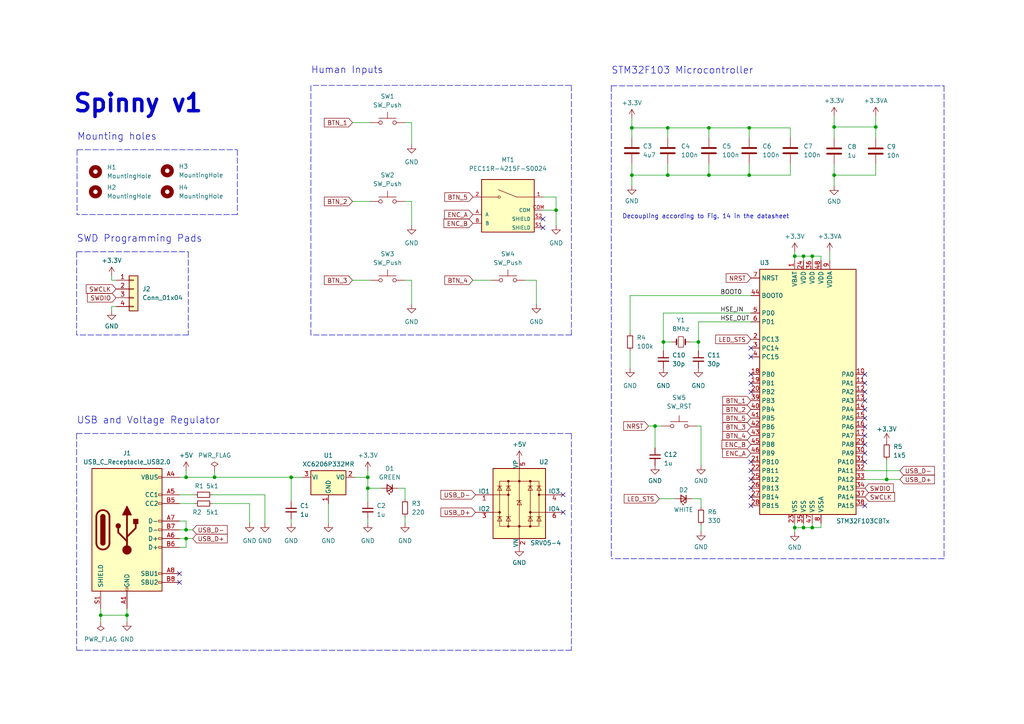
<source format=kicad_sch>
(kicad_sch (version 20211123) (generator eeschema)
  (paper "A4")
  (title_block (title "Spinny Flight Simulation Control") (date "2022-07-05") (rev "v1") (company "Niche"))
  (lib_symbols
    (symbol "+3.3V_1" (power) (pin_names (offset 0))
      (property "Value" "+3.3V_1" (at 0 3.556 0))
      (symbol "+3.3V_1_0_1"
        (polyline (pts (xy -0.762 1.27) (xy 0 2.54)))
        (polyline (pts (xy 0 0) (xy 0 2.54)))
        (polyline (pts (xy 0 2.54) (xy 0.762 1.27)))
      )
      (symbol "+3.3V_1_1_1"
        (pin power_in line (at 0 0 90) (length 0) hide (name "+3.3V") (number "1"))
      )
    )
    (symbol "+3.3V_2" (power) (pin_names (offset 0))
      (property "Value" "+3.3V_2" (at 0 3.556 0))
      (symbol "+3.3V_2_0_1"
        (polyline (pts (xy -0.762 1.27) (xy 0 2.54)))
        (polyline (pts (xy 0 0) (xy 0 2.54)))
        (polyline (pts (xy 0 2.54) (xy 0.762 1.27)))
      )
      (symbol "+3.3V_2_1_1"
        (pin power_in line (at 0 0 90) (length 0) hide (name "+3.3V") (number "1"))
      )
    )
    (symbol "+3.3V_3" (power) (pin_names (offset 0))
      (property "Value" "+3.3V_3" (at 0 3.556 0))
      (symbol "+3.3V_3_0_1"
        (polyline (pts (xy -0.762 1.27) (xy 0 2.54)))
        (polyline (pts (xy 0 0) (xy 0 2.54)))
        (polyline (pts (xy 0 2.54) (xy 0.762 1.27)))
      )
      (symbol "+3.3V_3_1_1"
        (pin power_in line (at 0 0 90) (length 0) hide (name "+3.3V") (number "1"))
      )
    )
    (symbol "+3.3V_4" (power) (pin_names (offset 0))
      (property "Value" "+3.3V_4" (at 0 3.556 0))
      (symbol "+3.3V_4_0_1"
        (polyline (pts (xy -0.762 1.27) (xy 0 2.54)))
        (polyline (pts (xy 0 0) (xy 0 2.54)))
        (polyline (pts (xy 0 2.54) (xy 0.762 1.27)))
      )
      (symbol "+3.3V_4_1_1"
        (pin power_in line (at 0 0 90) (length 0) hide (name "+3.3V") (number "1"))
      )
    )
    (symbol "Connector:USB_C_Receptacle_USB2.0" (pin_names (offset 1.016))
      (property "Reference" "J" (at -10.16 19.05 0))
      (property "Value" "USB_C_Receptacle_USB2.0" (at 19.05 19.05 0))
      (symbol "USB_C_Receptacle_USB2.0_0_0"
        (rectangle (start -0.254 -17.78) (end 0.254 -16.764))
        (rectangle (start 10.16 -14.986) (end 9.144 -15.494))
        (rectangle (start 10.16 -12.446) (end 9.144 -12.954))
        (rectangle (start 10.16 -4.826) (end 9.144 -5.334))
        (rectangle (start 10.16 -2.286) (end 9.144 -2.794))
        (rectangle (start 10.16 0.254) (end 9.144 -0.254))
        (rectangle (start 10.16 2.794) (end 9.144 2.286))
        (rectangle (start 10.16 7.874) (end 9.144 7.366))
        (rectangle (start 10.16 10.414) (end 9.144 9.906))
        (rectangle (start 10.16 15.494) (end 9.144 14.986))
      )
      (symbol "USB_C_Receptacle_USB2.0_0_1"
        (rectangle (start -10.16 17.78) (end 10.16 -17.78) (stroke (width 0.254)) (fill (type background)))
        (arc (start -8.89 -3.81) (mid -6.985 -5.715) (end -5.08 -3.81) (stroke (width 0.508)))
        (arc (start -7.62 -3.81) (mid -6.985 -4.445) (end -6.35 -3.81) (stroke (width 0.254)))
        (arc (start -7.62 -3.81) (mid -6.985 -4.445) (end -6.35 -3.81) (stroke (width 0.254)) (fill (type outline)))
        (rectangle (start -7.62 -3.81) (end -6.35 3.81) (stroke (width 0.254)) (fill (type outline)))
        (arc (start -6.35 3.81) (mid -6.985 4.445) (end -7.62 3.81) (stroke (width 0.254)))
        (arc (start -6.35 3.81) (mid -6.985 4.445) (end -7.62 3.81) (stroke (width 0.254)) (fill (type outline)))
        (arc (start -5.08 3.81) (mid -6.985 5.715) (end -8.89 3.81) (stroke (width 0.508)))
        (circle (center -2.54 1.143) (radius 0.635) (stroke (width 0.254)) (fill (type outline)))
        (circle (center 0 -5.842) (radius 1.27) (fill (type outline)))
        (polyline (pts (xy -8.89 -3.81) (xy -8.89 3.81)) (stroke (width 0.508)))
        (polyline (pts (xy -5.08 3.81) (xy -5.08 -3.81)) (stroke (width 0.508)))
        (polyline (pts (xy 0 -5.842) (xy 0 4.318)) (stroke (width 0.508)))
        (polyline (pts (xy 0 -3.302) (xy -2.54 -0.762) (xy -2.54 0.508)) (stroke (width 0.508)))
        (polyline (pts (xy 0 -2.032) (xy 2.54 0.508) (xy 2.54 1.778)) (stroke (width 0.508)))
        (polyline (pts (xy -1.27 4.318) (xy 0 6.858) (xy 1.27 4.318) (xy -1.27 4.318)) (stroke (width 0.254)) (fill (type outline)))
        (rectangle (start 1.905 1.778) (end 3.175 3.048) (stroke (width 0.254)) (fill (type outline)))
      )
      (symbol "USB_C_Receptacle_USB2.0_1_1"
        (pin passive line (at 0 -22.86 90) (length 5.08) (name "GND") (number "A1"))
        (pin passive line (at 0 -22.86 90) (length 5.08) hide (name "GND") (number "A12"))
        (pin passive line (at 15.24 15.24 180) (length 5.08) (name "VBUS") (number "A4"))
        (pin bidirectional line (at 15.24 10.16 180) (length 5.08) (name "CC1") (number "A5"))
        (pin bidirectional line (at 15.24 -2.54 180) (length 5.08) (name "D+") (number "A6"))
        (pin bidirectional line (at 15.24 2.54 180) (length 5.08) (name "D-") (number "A7"))
        (pin bidirectional line (at 15.24 -12.7 180) (length 5.08) (name "SBU1") (number "A8"))
        (pin passive line (at 15.24 15.24 180) (length 5.08) hide (name "VBUS") (number "A9"))
        (pin passive line (at 0 -22.86 90) (length 5.08) hide (name "GND") (number "B1"))
        (pin passive line (at 0 -22.86 90) (length 5.08) hide (name "GND") (number "B12"))
        (pin passive line (at 15.24 15.24 180) (length 5.08) hide (name "VBUS") (number "B4"))
        (pin bidirectional line (at 15.24 7.62 180) (length 5.08) (name "CC2") (number "B5"))
        (pin bidirectional line (at 15.24 -5.08 180) (length 5.08) (name "D+") (number "B6"))
        (pin bidirectional line (at 15.24 0 180) (length 5.08) (name "D-") (number "B7"))
        (pin bidirectional line (at 15.24 -15.24 180) (length 5.08) (name "SBU2") (number "B8"))
        (pin passive line (at 15.24 15.24 180) (length 5.08) hide (name "VBUS") (number "B9"))
        (pin passive line (at -7.62 -22.86 90) (length 5.08) (name "SHIELD") (number "S1"))
      )
    )
    (symbol "Connector_Generic:Conn_01x04" (pin_names (offset 1.016) hide)
      (property "Reference" "J" (at 0 5.08 0))
      (property "Value" "Conn_01x04" (at 0 -7.62 0))
      (symbol "Conn_01x04_1_1"
        (rectangle (start -1.27 -4.953) (end 0 -5.207) (stroke (width 0.1524)))
        (rectangle (start -1.27 -2.413) (end 0 -2.667) (stroke (width 0.1524)))
        (rectangle (start -1.27 0.127) (end 0 -0.127) (stroke (width 0.1524)))
        (rectangle (start -1.27 2.667) (end 0 2.413) (stroke (width 0.1524)))
        (rectangle (start -1.27 3.81) (end 1.27 -6.35) (stroke (width 0.254)) (fill (type background)))
        (pin passive line (at -5.08 2.54 0) (length 3.81) (name "Pin_1") (number "1"))
        (pin passive line (at -5.08 0 0) (length 3.81) (name "Pin_2") (number "2"))
        (pin passive line (at -5.08 -2.54 0) (length 3.81) (name "Pin_3") (number "3"))
        (pin passive line (at -5.08 -5.08 0) (length 3.81) (name "Pin_4") (number "4"))
      )
    )
    (symbol "Device:C" (pin_numbers hide) (pin_names (offset 0.254))
      (property "Reference" "C" (at 0.635 2.54 0))
      (property "Value" "C" (at 0.635 -2.54 0))
      (symbol "C_0_1"
        (polyline (pts (xy -2.032 -0.762) (xy 2.032 -0.762)) (stroke (width 0.508)))
        (polyline (pts (xy -2.032 0.762) (xy 2.032 0.762)) (stroke (width 0.508)))
      )
      (symbol "C_1_1"
        (pin passive line (at 0 3.81 270) (length 2.794) (name "~") (number "1"))
        (pin passive line (at 0 -3.81 90) (length 2.794) (name "~") (number "2"))
      )
    )
    (symbol "Device:C_Small" (pin_numbers hide) (pin_names (offset 0.254) hide)
      (property "Reference" "C" (at 0.254 1.778 0))
      (property "Value" "C_Small" (at 0.254 -2.032 0))
      (symbol "C_Small_0_1"
        (polyline (pts (xy -1.524 -0.508) (xy 1.524 -0.508)) (stroke (width 0.3302)))
        (polyline (pts (xy -1.524 0.508) (xy 1.524 0.508)) (stroke (width 0.3048)))
      )
      (symbol "C_Small_1_1"
        (pin passive line (at 0 2.54 270) (length 2.032) (name "~") (number "1"))
        (pin passive line (at 0 -2.54 90) (length 2.032) (name "~") (number "2"))
      )
    )
    (symbol "Device:Crystal_Small" (pin_numbers hide) (pin_names (offset 1.016) hide)
      (property "Reference" "Y" (at 0 2.54 0))
      (property "Value" "Crystal_Small" (at 0 -2.54 0))
      (symbol "Crystal_Small_0_1"
        (rectangle (start -0.762 -1.524) (end 0.762 1.524))
        (polyline (pts (xy -1.27 -0.762) (xy -1.27 0.762)) (stroke (width 0.381)))
        (polyline (pts (xy 1.27 -0.762) (xy 1.27 0.762)) (stroke (width 0.381)))
      )
      (symbol "Crystal_Small_1_1"
        (pin passive line (at -2.54 0 0) (length 1.27) (name "1") (number "1"))
        (pin passive line (at 2.54 0 180) (length 1.27) (name "2") (number "2"))
      )
    )
    (symbol "Device:LED_Small" (pin_numbers hide) (pin_names (offset 0.254) hide)
      (property "Reference" "D" (at -1.27 3.175 0))
      (property "Value" "LED_Small" (at -4.445 -2.54 0))
      (symbol "LED_Small_0_1"
        (polyline (pts (xy -0.762 -1.016) (xy -0.762 1.016)) (stroke (width 0.254)))
        (polyline (pts (xy 1.016 0) (xy -0.762 0)))
        (polyline (pts (xy 0.762 -1.016) (xy -0.762 0) (xy 0.762 1.016) (xy 0.762 -1.016)) (stroke (width 0.254)))
        (polyline (pts (xy 0 0.762) (xy -0.508 1.27) (xy -0.254 1.27) (xy -0.508 1.27) (xy -0.508 1.016)))
        (polyline (pts (xy 0.508 1.27) (xy 0 1.778) (xy 0.254 1.778) (xy 0 1.778) (xy 0 1.524)))
      )
      (symbol "LED_Small_1_1"
        (pin passive line (at -2.54 0 0) (length 1.778) (name "K") (number "1"))
        (pin passive line (at 2.54 0 180) (length 1.778) (name "A") (number "2"))
      )
    )
    (symbol "Device:R_Small" (pin_numbers hide) (pin_names (offset 0.254) hide)
      (property "Reference" "R" (at 0.762 0.508 0))
      (property "Value" "R_Small" (at 0.762 -1.016 0))
      (symbol "R_Small_0_1"
        (rectangle (start -0.762 1.778) (end 0.762 -1.778) (stroke (width 0.2032)))
      )
      (symbol "R_Small_1_1"
        (pin passive line (at 0 2.54 270) (length 0.762) (name "~") (number "1"))
        (pin passive line (at 0 -2.54 90) (length 0.762) (name "~") (number "2"))
      )
    )
    (symbol "DigiKey:PEC11R-4215F-S0024" (pin_names (offset 1.016))
      (property "Reference" "MT" (at -7.62 8.89 0))
      (property "Value" "PEC11R-4215F-S0024" (at -11.43 -10.16 0))
      (symbol "PEC11R-4215F-S0024_0_0"
        (rectangle (start -7.62 -7.62) (end 7.62 7.62) (stroke (width 0.254)) (fill (type background)))
        (polyline (pts (xy -2.54 2.54) (xy -7.62 2.54)) (stroke (width 0.1524)))
        (polyline (pts (xy -2.54 2.54) (xy 2.794 4.6736)) (stroke (width 0.1524)))
        (polyline (pts (xy 7.62 2.54) (xy 2.921 2.54)) (stroke (width 0.1524)))
        (circle (center 2.54 2.54) (radius 0.3302) (stroke (width 0.1524)))
        (pin passive line (at -10.16 2.54 0) (length 2.54) (name "~") (number "1"))
        (pin passive line (at 10.16 2.54 180) (length 2.54) (name "~") (number "2"))
        (pin passive line (at 10.16 -2.54 180) (length 2.54) (name "A") (number "A"))
        (pin passive line (at 10.16 -5.08 180) (length 2.54) (name "B") (number "B"))
        (pin passive line (at -10.16 -1.27 0) (length 2.54) (name "COM") (number "COM"))
        (pin passive line (at -10.16 -6.35 0) (length 2.54) (name "SHIELD") (number "S1"))
        (pin passive line (at -10.16 -3.81 0) (length 2.54) (name "SHIELD") (number "S2"))
      )
    )
    (symbol "MCU_ST_STM32F1:STM32F103CBTx"
      (property "Reference" "U" (at -15.24 36.83 0))
      (property "Value" "STM32F103CBTx" (at 7.62 36.83 0))
      (symbol "STM32F103CBTx_0_1"
        (rectangle (start -15.24 -35.56) (end 12.7 35.56) (stroke (width 0.254)) (fill (type background)))
      )
      (symbol "STM32F103CBTx_1_1"
        (pin power_in line (at -5.08 38.1 270) (length 2.54) (name "VBAT") (number "1"))
        (pin bidirectional line (at 15.24 5.08 180) (length 2.54) (name "PA0") (number "10"))
        (pin bidirectional line (at 15.24 2.54 180) (length 2.54) (name "PA1") (number "11"))
        (pin bidirectional line (at 15.24 0 180) (length 2.54) (name "PA2") (number "12"))
        (pin bidirectional line (at 15.24 -2.54 180) (length 2.54) (name "PA3") (number "13"))
        (pin bidirectional line (at 15.24 -5.08 180) (length 2.54) (name "PA4") (number "14"))
        (pin bidirectional line (at 15.24 -7.62 180) (length 2.54) (name "PA5") (number "15"))
        (pin bidirectional line (at 15.24 -10.16 180) (length 2.54) (name "PA6") (number "16"))
        (pin bidirectional line (at 15.24 -12.7 180) (length 2.54) (name "PA7") (number "17"))
        (pin bidirectional line (at -17.78 5.08 0) (length 2.54) (name "PB0") (number "18"))
        (pin bidirectional line (at -17.78 2.54 0) (length 2.54) (name "PB1") (number "19"))
        (pin bidirectional line (at -17.78 15.24 0) (length 2.54) (name "PC13") (number "2"))
        (pin bidirectional line (at -17.78 0 0) (length 2.54) (name "PB2") (number "20"))
        (pin bidirectional line (at -17.78 -20.32 0) (length 2.54) (name "PB10") (number "21"))
        (pin bidirectional line (at -17.78 -22.86 0) (length 2.54) (name "PB11") (number "22"))
        (pin power_in line (at -5.08 -38.1 90) (length 2.54) (name "VSS") (number "23"))
        (pin power_in line (at -2.54 38.1 270) (length 2.54) (name "VDD") (number "24"))
        (pin bidirectional line (at -17.78 -25.4 0) (length 2.54) (name "PB12") (number "25"))
        (pin bidirectional line (at -17.78 -27.94 0) (length 2.54) (name "PB13") (number "26"))
        (pin bidirectional line (at -17.78 -30.48 0) (length 2.54) (name "PB14") (number "27"))
        (pin bidirectional line (at -17.78 -33.02 0) (length 2.54) (name "PB15") (number "28"))
        (pin bidirectional line (at 15.24 -15.24 180) (length 2.54) (name "PA8") (number "29"))
        (pin bidirectional line (at -17.78 12.7 0) (length 2.54) (name "PC14") (number "3"))
        (pin bidirectional line (at 15.24 -17.78 180) (length 2.54) (name "PA9") (number "30"))
        (pin bidirectional line (at 15.24 -20.32 180) (length 2.54) (name "PA10") (number "31"))
        (pin bidirectional line (at 15.24 -22.86 180) (length 2.54) (name "PA11") (number "32"))
        (pin bidirectional line (at 15.24 -25.4 180) (length 2.54) (name "PA12") (number "33"))
        (pin bidirectional line (at 15.24 -27.94 180) (length 2.54) (name "PA13") (number "34"))
        (pin power_in line (at -2.54 -38.1 90) (length 2.54) (name "VSS") (number "35"))
        (pin power_in line (at 0 38.1 270) (length 2.54) (name "VDD") (number "36"))
        (pin bidirectional line (at 15.24 -30.48 180) (length 2.54) (name "PA14") (number "37"))
        (pin bidirectional line (at 15.24 -33.02 180) (length 2.54) (name "PA15") (number "38"))
        (pin bidirectional line (at -17.78 -2.54 0) (length 2.54) (name "PB3") (number "39"))
        (pin bidirectional line (at -17.78 10.16 0) (length 2.54) (name "PC15") (number "4"))
        (pin bidirectional line (at -17.78 -5.08 0) (length 2.54) (name "PB4") (number "40"))
        (pin bidirectional line (at -17.78 -7.62 0) (length 2.54) (name "PB5") (number "41"))
        (pin bidirectional line (at -17.78 -10.16 0) (length 2.54) (name "PB6") (number "42"))
        (pin bidirectional line (at -17.78 -12.7 0) (length 2.54) (name "PB7") (number "43"))
        (pin input line (at -17.78 27.94 0) (length 2.54) (name "BOOT0") (number "44"))
        (pin bidirectional line (at -17.78 -15.24 0) (length 2.54) (name "PB8") (number "45"))
        (pin bidirectional line (at -17.78 -17.78 0) (length 2.54) (name "PB9") (number "46"))
        (pin power_in line (at 0 -38.1 90) (length 2.54) (name "VSS") (number "47"))
        (pin power_in line (at 2.54 38.1 270) (length 2.54) (name "VDD") (number "48"))
        (pin input line (at -17.78 22.86 0) (length 2.54) (name "PD0") (number "5"))
        (pin input line (at -17.78 20.32 0) (length 2.54) (name "PD1") (number "6"))
        (pin input line (at -17.78 33.02 0) (length 2.54) (name "NRST") (number "7"))
        (pin power_in line (at 2.54 -38.1 90) (length 2.54) (name "VSSA") (number "8"))
        (pin power_in line (at 5.08 38.1 270) (length 2.54) (name "VDDA") (number "9"))
      )
    )
    (symbol "Mechanical:MountingHole" (pin_names (offset 1.016))
      (property "Reference" "H" (at 0 5.08 0))
      (property "Value" "MountingHole" (at 0 3.175 0))
      (symbol "MountingHole_0_1"
        (circle (center 0 0) (radius 1.27) (stroke (width 1.27)))
      )
    )
    (symbol "Power_Protection:SRV05-4" (pin_names (offset 0))
      (property "Reference" "U" (at -5.08 11.43 0))
      (property "Value" "SRV05-4" (at 2.54 11.43 0))
      (symbol "SRV05-4_0_0"
        (rectangle (start -5.715 6.477) (end 5.715 -6.604))
        (polyline (pts (xy -3.175 -6.604) (xy -3.175 6.477)))
        (polyline (pts (xy 3.175 6.477) (xy 3.175 -6.604)))
      )
      (symbol "SRV05-4_0_1"
        (rectangle (start -7.62 10.16) (end 7.62 -10.16) (stroke (width 0.254)) (fill (type background)))
        (circle (center -5.715 -2.54) (radius 0.2794) (fill (type outline)))
        (circle (center -3.175 -6.604) (radius 0.2794) (fill (type outline)))
        (circle (center -3.175 2.54) (radius 0.2794) (fill (type outline)))
        (circle (center -3.175 6.477) (radius 0.2794) (fill (type outline)))
        (circle (center 0 -6.604) (radius 0.2794) (fill (type outline)))
        (polyline (pts (xy -7.747 2.54) (xy -3.175 2.54)))
        (polyline (pts (xy -7.62 -2.54) (xy -5.715 -2.54)))
        (polyline (pts (xy -5.08 -3.81) (xy -6.35 -3.81)))
        (polyline (pts (xy -5.08 5.08) (xy -6.35 5.08)))
        (polyline (pts (xy -2.54 -3.81) (xy -3.81 -3.81)))
        (polyline (pts (xy -2.54 5.08) (xy -3.81 5.08)))
        (polyline (pts (xy 0 10.16) (xy 0 -10.16)))
        (polyline (pts (xy 3.81 -3.81) (xy 2.54 -3.81)))
        (polyline (pts (xy 3.81 5.08) (xy 2.54 5.08)))
        (polyline (pts (xy 6.35 -3.81) (xy 5.08 -3.81)))
        (polyline (pts (xy 6.35 5.08) (xy 5.08 5.08)))
        (polyline (pts (xy 7.62 -2.54) (xy 3.175 -2.54)))
        (polyline (pts (xy 7.62 2.54) (xy 5.715 2.54)))
        (polyline (pts (xy 0.635 0.889) (xy -0.635 0.889) (xy -0.635 0.635)))
        (polyline (pts (xy -5.08 -5.08) (xy -6.35 -5.08) (xy -5.715 -3.81) (xy -5.08 -5.08)))
        (polyline (pts (xy -5.08 3.81) (xy -6.35 3.81) (xy -5.715 5.08) (xy -5.08 3.81)))
        (polyline (pts (xy -2.54 -5.08) (xy -3.81 -5.08) (xy -3.175 -3.81) (xy -2.54 -5.08)))
        (polyline (pts (xy -2.54 3.81) (xy -3.81 3.81) (xy -3.175 5.08) (xy -2.54 3.81)))
        (polyline (pts (xy 0.635 -0.381) (xy -0.635 -0.381) (xy 0 0.889) (xy 0.635 -0.381)))
        (polyline (pts (xy 3.81 -5.08) (xy 2.54 -5.08) (xy 3.175 -3.81) (xy 3.81 -5.08)))
        (polyline (pts (xy 3.81 3.81) (xy 2.54 3.81) (xy 3.175 5.08) (xy 3.81 3.81)))
        (polyline (pts (xy 6.35 -5.08) (xy 5.08 -5.08) (xy 5.715 -3.81) (xy 6.35 -5.08)))
        (polyline (pts (xy 6.35 3.81) (xy 5.08 3.81) (xy 5.715 5.08) (xy 6.35 3.81)))
        (circle (center 0 6.477) (radius 0.2794) (fill (type outline)))
        (circle (center 3.175 -6.604) (radius 0.2794) (fill (type outline)))
        (circle (center 3.175 -2.54) (radius 0.2794) (fill (type outline)))
        (circle (center 3.175 6.477) (radius 0.2794) (fill (type outline)))
        (circle (center 5.715 2.54) (radius 0.2794) (fill (type outline)))
      )
      (symbol "SRV05-4_1_1"
        (pin passive line (at -12.7 2.54 0) (length 5.08) (name "IO1") (number "1"))
        (pin passive line (at 0 -12.7 90) (length 2.54) (name "VN") (number "2"))
        (pin passive line (at -12.7 -2.54 0) (length 5.08) (name "IO2") (number "3"))
        (pin passive line (at 12.7 2.54 180) (length 5.08) (name "IO3") (number "4"))
        (pin passive line (at 0 12.7 270) (length 2.54) (name "VP") (number "5"))
        (pin passive line (at 12.7 -2.54 180) (length 5.08) (name "IO4") (number "6"))
      )
    )
    (symbol "Regulator_Linear:XC6206PxxxMR" (pin_names (offset 0.254))
      (property "Reference" "U" (at -3.81 3.175 0))
      (property "Value" "XC6206PxxxMR" (at 0 3.175 0))
      (symbol "XC6206PxxxMR_0_1"
        (rectangle (start -5.08 1.905) (end 5.08 -5.08) (stroke (width 0.254)) (fill (type background)))
      )
      (symbol "XC6206PxxxMR_1_1"
        (pin power_in line (at 0 -7.62 90) (length 2.54) (name "GND") (number "1"))
        (pin power_out line (at 7.62 0 180) (length 2.54) (name "VO") (number "2"))
        (pin power_in line (at -7.62 0 0) (length 2.54) (name "VI") (number "3"))
      )
    )
    (symbol "Switch:SW_Push" (pin_numbers hide) (pin_names (offset 1.016) hide)
      (property "Reference" "SW" (at 1.27 2.54 0))
      (property "Value" "SW_Push" (at 0 -1.524 0))
      (symbol "SW_Push_0_1"
        (circle (center -2.032 0) (radius 0.508))
        (polyline (pts (xy 0 1.27) (xy 0 3.048)))
        (polyline (pts (xy 2.54 1.27) (xy -2.54 1.27)))
        (circle (center 2.032 0) (radius 0.508))
        (pin passive line (at -5.08 0 0) (length 2.54) (name "1") (number "1"))
        (pin passive line (at 5.08 0 180) (length 2.54) (name "2") (number "2"))
      )
    )
    (symbol "power:+3.3V" (power) (pin_names (offset 0))
      (property "Value" "+3.3V" (at 0 3.556 0))
      (symbol "+3.3V_0_1"
        (polyline (pts (xy -0.762 1.27) (xy 0 2.54)))
        (polyline (pts (xy 0 0) (xy 0 2.54)))
        (polyline (pts (xy 0 2.54) (xy 0.762 1.27)))
      )
      (symbol "+3.3V_1_1"
        (pin power_in line (at 0 0 90) (length 0) hide (name "+3.3V") (number "1"))
      )
    )
    (symbol "power:+3.3VA" (power) (pin_names (offset 0))
      (property "Value" "+3.3VA" (at 0 3.556 0))
      (symbol "+3.3VA_0_1"
        (polyline (pts (xy -0.762 1.27) (xy 0 2.54)))
        (polyline (pts (xy 0 0) (xy 0 2.54)))
        (polyline (pts (xy 0 2.54) (xy 0.762 1.27)))
      )
      (symbol "+3.3VA_1_1"
        (pin power_in line (at 0 0 90) (length 0) hide (name "+3.3VA") (number "1"))
      )
    )
    (symbol "power:+5V" (power) (pin_names (offset 0))
      (property "Value" "+5V" (at 0 3.556 0))
      (symbol "+5V_0_1"
        (polyline (pts (xy -0.762 1.27) (xy 0 2.54)))
        (polyline (pts (xy 0 0) (xy 0 2.54)))
        (polyline (pts (xy 0 2.54) (xy 0.762 1.27)))
      )
      (symbol "+5V_1_1"
        (pin power_in line (at 0 0 90) (length 0) hide (name "+5V") (number "1"))
      )
    )
    (symbol "power:GND" (power) (pin_names (offset 0))
      (property "Value" "GND" (at 0 -3.81 0))
      (symbol "GND_0_1"
        (polyline (pts (xy 0 0) (xy 0 -1.27) (xy 1.27 -1.27) (xy 0 -2.54) (xy -1.27 -1.27) (xy 0 -1.27)))
      )
      (symbol "GND_1_1"
        (pin power_in line (at 0 0 270) (length 0) hide (name "GND") (number "1"))
      )
    )
    (symbol "power:PWR_FLAG" (power) (pin_numbers hide) (pin_names (offset 0) hide)
      (property "Value" "PWR_FLAG" (at 0 3.81 0))
      (symbol "PWR_FLAG_0_0"
        (pin power_out line (at 0 0 90) (length 0) (name "pwr") (number "1"))
      )
      (symbol "PWR_FLAG_0_1"
        (polyline (pts (xy 0 0) (xy 0 1.27) (xy -1.016 1.905) (xy 0 2.54) (xy 1.016 1.905) (xy 0 1.27)))
      )
    )
  )
  (junction (at 36.83 178.435))
  (junction (at 106.68 141.605))
  (junction (at 235.585 74.295))
  (junction (at 241.935 36.83))
  (junction (at 233.045 153.035))
  (junction (at 233.045 74.295))
  (junction (at 202.565 99.187))
  (junction (at 257.175 139.065))
  (junction (at 53.975 156.21))
  (junction (at 84.455 138.43))
  (junction (at 53.975 153.67))
  (junction (at 205.613 37.084))
  (junction (at 62.23 138.43))
  (junction (at 217.297 37.084))
  (junction (at 205.613 50.8))
  (junction (at 53.975 138.43))
  (junction (at 217.297 50.8))
  (junction (at 193.675 37.084))
  (junction (at 189.992 123.571))
  (junction (at 192.405 99.187))
  (junction (at 254 36.83))
  (junction (at 230.505 153.035))
  (junction (at 29.21 178.435))
  (junction (at 241.935 50.8))
  (junction (at 106.68 138.43))
  (junction (at 161.29 60.96))
  (junction (at 230.505 74.295))
  (junction (at 183.261 37.084))
  (junction (at 193.675 50.8))
  (junction (at 235.585 153.035))
  (junction (at 183.261 50.8))
  (no_connect (at 217.805 113.665))
  (no_connect (at 217.805 136.525))
  (no_connect (at 163.322 148.59))
  (no_connect (at 163.322 143.51))
  (no_connect (at 217.805 100.965))
  (no_connect (at 217.805 103.505))
  (no_connect (at 217.805 108.585))
  (no_connect (at 250.825 118.745))
  (no_connect (at 250.825 116.205))
  (no_connect (at 250.825 126.365))
  (no_connect (at 217.805 144.145))
  (no_connect (at 157.48 63.5))
  (no_connect (at 157.48 66.04))
  (no_connect (at 250.825 123.825))
  (no_connect (at 52.07 168.91))
  (no_connect (at 52.07 166.37))
  (no_connect (at 217.805 141.605))
  (no_connect (at 250.825 108.585))
  (no_connect (at 250.825 131.445))
  (no_connect (at 250.825 146.685))
  (no_connect (at 217.805 146.685))
  (no_connect (at 217.805 133.985))
  (no_connect (at 250.825 111.125))
  (no_connect (at 217.805 139.065))
  (no_connect (at 250.825 128.905))
  (no_connect (at 250.825 133.985))
  (no_connect (at 250.825 113.665))
  (no_connect (at 217.805 111.125))
  (no_connect (at 250.825 121.285))
  (wire (pts (xy 235.585 153.035) (xy 233.045 153.035)))
  (polyline (pts (xy 177.292 24.892) (xy 177.292 162.052)))
  (wire (pts (xy 202.057 123.571) (xy 203.327 123.571)))
  (wire (pts (xy 238.125 151.765) (xy 238.125 153.035)))
  (wire (pts (xy 183.261 47.498) (xy 183.261 50.8)))
  (wire (pts (xy 254 47.625) (xy 254 50.8)))
  (wire (pts (xy 203.327 152.273) (xy 203.327 154.178)))
  (wire (pts (xy 76.835 143.51) (xy 76.835 151.765)))
  (wire (pts (xy 61.595 143.51) (xy 76.835 143.51)))
  (wire (pts (xy 95.25 146.05) (xy 95.25 151.765)))
  (wire (pts (xy 229.235 39.878) (xy 229.235 37.084)))
  (wire (pts (xy 241.935 50.8) (xy 241.935 53.975)))
  (polyline (pts (xy 90.805 24.765) (xy 165.735 24.765)))
  (wire (pts (xy 117.475 141.605) (xy 117.475 144.78)))
  (wire (pts (xy 203.327 144.653) (xy 203.327 147.193)))
  (wire (pts (xy 32.385 88.9) (xy 33.655 88.9)))
  (wire (pts (xy 62.23 136.525) (xy 62.23 138.43)))
  (wire (pts (xy 257.175 139.065) (xy 260.985 139.065)))
  (wire (pts (xy 102.235 35.56) (xy 107.315 35.56)))
  (wire (pts (xy 217.297 37.084) (xy 229.235 37.084)))
  (wire (pts (xy 217.805 85.725) (xy 182.753 85.725)))
  (wire (pts (xy 257.175 133.35) (xy 257.175 139.065)))
  (wire (pts (xy 32.385 90.17) (xy 32.385 88.9)))
  (wire (pts (xy 233.045 153.035) (xy 230.505 153.035)))
  (wire (pts (xy 53.975 153.67) (xy 55.88 153.67)))
  (polyline (pts (xy 90.17 24.765) (xy 90.17 97.155)))
  (wire (pts (xy 32.385 81.28) (xy 33.655 81.28)))
  (wire (pts (xy 119.38 35.56) (xy 119.38 41.91)))
  (wire (pts (xy 202.565 99.187) (xy 202.565 101.727)))
  (wire (pts (xy 230.505 151.765) (xy 230.505 153.035)))
  (wire (pts (xy 155.575 81.28) (xy 155.575 88.265)))
  (wire (pts (xy 152.4 81.28) (xy 155.575 81.28)))
  (wire (pts (xy 250.825 139.065) (xy 257.175 139.065)))
  (wire (pts (xy 230.505 73.025) (xy 230.505 74.295)))
  (wire (pts (xy 250.825 136.525) (xy 260.985 136.525)))
  (wire (pts (xy 117.475 35.56) (xy 119.38 35.56)))
  (wire (pts (xy 72.39 146.05) (xy 72.39 151.765)))
  (wire (pts (xy 29.21 178.435) (xy 29.21 180.34)))
  (wire (pts (xy 106.68 141.605) (xy 110.49 141.605)))
  (wire (pts (xy 102.235 81.28) (xy 107.315 81.28)))
  (wire (pts (xy 106.68 141.605) (xy 106.68 145.415)))
  (wire (pts (xy 241.935 36.83) (xy 241.935 40.005)))
  (wire (pts (xy 241.935 47.625) (xy 241.935 50.8)))
  (wire (pts (xy 52.07 143.51) (xy 56.515 143.51)))
  (polyline (pts (xy 273.812 24.892) (xy 273.812 162.052)))
  (wire (pts (xy 117.475 81.28) (xy 119.38 81.28)))
  (wire (pts (xy 115.57 141.605) (xy 117.475 141.605)))
  (wire (pts (xy 235.585 151.765) (xy 235.585 153.035)))
  (polyline (pts (xy 68.834 62.23) (xy 22.352 62.23)))
  (polyline (pts (xy 54.61 97.155) (xy 22.225 97.155)))
  (wire (pts (xy 102.235 58.42) (xy 107.315 58.42)))
  (wire (pts (xy 84.455 138.43) (xy 84.455 145.415)))
  (wire (pts (xy 183.261 50.8) (xy 183.261 53.848)))
  (wire (pts (xy 106.68 150.495) (xy 106.68 151.765)))
  (wire (pts (xy 191.262 144.653) (xy 195.707 144.653)))
  (wire (pts (xy 217.297 50.8) (xy 229.235 50.8)))
  (polyline (pts (xy 165.735 24.765) (xy 165.735 97.155)))
  (wire (pts (xy 193.675 37.084) (xy 205.613 37.084)))
  (wire (pts (xy 202.565 93.345) (xy 202.565 99.187)))
  (wire (pts (xy 192.405 101.727) (xy 192.405 99.187)))
  (wire (pts (xy 157.48 60.96) (xy 161.29 60.96)))
  (wire (pts (xy 233.045 74.295) (xy 235.585 74.295)))
  (wire (pts (xy 52.07 151.13) (xy 53.975 151.13)))
  (polyline (pts (xy 22.225 73.025) (xy 22.225 97.155)))
  (wire (pts (xy 161.29 60.96) (xy 161.29 65.405)))
  (wire (pts (xy 53.975 158.75) (xy 53.975 156.21)))
  (wire (pts (xy 52.07 156.21) (xy 53.975 156.21)))
  (wire (pts (xy 137.16 81.28) (xy 142.24 81.28)))
  (wire (pts (xy 53.975 151.13) (xy 53.975 153.67)))
  (wire (pts (xy 205.613 37.084) (xy 205.613 39.878)))
  (wire (pts (xy 62.23 138.43) (xy 84.455 138.43)))
  (wire (pts (xy 203.327 123.571) (xy 203.327 135.001)))
  (wire (pts (xy 241.935 33.655) (xy 241.935 36.83)))
  (wire (pts (xy 238.125 153.035) (xy 235.585 153.035)))
  (wire (pts (xy 53.975 156.21) (xy 55.88 156.21)))
  (polyline (pts (xy 22.225 125.73) (xy 165.735 125.73)))
  (wire (pts (xy 254 40.005) (xy 254 36.83)))
  (wire (pts (xy 52.07 146.05) (xy 56.515 146.05)))
  (wire (pts (xy 102.87 138.43) (xy 106.68 138.43)))
  (wire (pts (xy 254 36.83) (xy 241.935 36.83)))
  (wire (pts (xy 254 33.655) (xy 254 36.83)))
  (wire (pts (xy 119.38 58.42) (xy 119.38 65.405)))
  (wire (pts (xy 183.261 50.8) (xy 193.675 50.8)))
  (wire (pts (xy 52.07 138.43) (xy 53.975 138.43)))
  (wire (pts (xy 183.261 34.29) (xy 183.261 37.084)))
  (polyline (pts (xy 22.352 43.434) (xy 68.834 43.434)))
  (polyline (pts (xy 22.225 73.025) (xy 54.61 73.025)))
  (wire (pts (xy 238.125 74.295) (xy 238.125 75.565)))
  (polyline (pts (xy 22.352 43.434) (xy 22.352 62.23)))
  (wire (pts (xy 36.83 178.435) (xy 36.83 176.53)))
  (wire (pts (xy 200.787 144.653) (xy 203.327 144.653)))
  (polyline (pts (xy 68.834 43.434) (xy 68.834 62.23)))
  (wire (pts (xy 32.385 80.01) (xy 32.385 81.28)))
  (wire (pts (xy 182.753 85.725) (xy 182.753 96.647)))
  (wire (pts (xy 193.675 39.878) (xy 193.675 37.084)))
  (wire (pts (xy 235.585 74.295) (xy 238.125 74.295)))
  (wire (pts (xy 183.261 37.084) (xy 183.261 39.878)))
  (wire (pts (xy 188.087 123.571) (xy 189.992 123.571)))
  (wire (pts (xy 193.675 47.498) (xy 193.675 50.8)))
  (wire (pts (xy 230.505 74.295) (xy 233.045 74.295)))
  (wire (pts (xy 189.992 123.571) (xy 189.992 129.921)))
  (polyline (pts (xy 177.292 24.892) (xy 273.812 24.892)))
  (wire (pts (xy 182.753 101.727) (xy 182.753 106.807)))
  (wire (pts (xy 52.07 158.75) (xy 53.975 158.75)))
  (wire (pts (xy 183.261 37.084) (xy 193.675 37.084)))
  (wire (pts (xy 189.992 123.571) (xy 191.897 123.571)))
  (wire (pts (xy 233.045 151.765) (xy 233.045 153.035)))
  (wire (pts (xy 106.68 141.605) (xy 106.68 138.43)))
  (wire (pts (xy 217.297 37.084) (xy 217.297 39.878)))
  (wire (pts (xy 200.025 99.187) (xy 202.565 99.187)))
  (polyline (pts (xy 165.735 125.73) (xy 165.735 188.595)))
  (wire (pts (xy 53.975 138.43) (xy 62.23 138.43)))
  (polyline (pts (xy 54.61 73.025) (xy 54.61 97.155)))
  (polyline (pts (xy 22.225 125.73) (xy 22.225 188.595)))
  (wire (pts (xy 161.29 57.15) (xy 161.29 60.96)))
  (wire (pts (xy 119.38 81.28) (xy 119.38 88.265)))
  (wire (pts (xy 84.455 150.495) (xy 84.455 151.765)))
  (wire (pts (xy 205.613 47.498) (xy 205.613 50.8)))
  (wire (pts (xy 157.48 57.15) (xy 161.29 57.15)))
  (wire (pts (xy 205.613 50.8) (xy 217.297 50.8)))
  (wire (pts (xy 192.405 90.805) (xy 217.805 90.805)))
  (wire (pts (xy 240.665 73.025) (xy 240.665 75.565)))
  (wire (pts (xy 53.975 136.525) (xy 53.975 138.43)))
  (wire (pts (xy 230.505 153.035) (xy 230.505 154.305)))
  (wire (pts (xy 61.595 146.05) (xy 72.39 146.05)))
  (wire (pts (xy 217.297 47.498) (xy 217.297 50.8)))
  (wire (pts (xy 233.045 74.295) (xy 233.045 75.565)))
  (wire (pts (xy 205.613 37.084) (xy 217.297 37.084)))
  (wire (pts (xy 117.475 149.86) (xy 117.475 151.765)))
  (wire (pts (xy 241.935 50.8) (xy 254 50.8)))
  (wire (pts (xy 52.07 153.67) (xy 53.975 153.67)))
  (wire (pts (xy 235.585 74.295) (xy 235.585 75.565)))
  (wire (pts (xy 84.455 138.43) (xy 87.63 138.43)))
  (wire (pts (xy 29.21 178.435) (xy 36.83 178.435)))
  (wire (pts (xy 106.68 136.525) (xy 106.68 138.43)))
  (wire (pts (xy 29.21 176.53) (xy 29.21 178.435)))
  (wire (pts (xy 192.405 90.805) (xy 192.405 99.187)))
  (wire (pts (xy 36.83 180.34) (xy 36.83 178.435)))
  (polyline (pts (xy 273.812 162.052) (xy 177.292 162.052)))
  (polyline (pts (xy 165.735 97.155) (xy 90.17 97.155)))
  (wire (pts (xy 229.235 47.498) (xy 229.235 50.8)))
  (polyline (pts (xy 165.735 188.595) (xy 22.225 188.595)))
  (wire (pts (xy 230.505 74.295) (xy 230.505 75.565)))
  (wire (pts (xy 117.475 58.42) (xy 119.38 58.42)))
  (wire (pts (xy 193.675 50.8) (xy 205.613 50.8)))
  (wire (pts (xy 217.805 93.345) (xy 202.565 93.345)))
  (wire (pts (xy 192.405 99.187) (xy 194.945 99.187)))
  (text "SWD Programming Pads" (at 22.225 70.485 0) (effects (font (size 2 2)) (justify left bottom)))
  (text "Decoupling according to Fig. 14 in the datasheet" (at 180.467 63.627 0) (effects (font (size 1.27 1.27)) (justify left bottom)))
  (text "Spinny v1" (at 20.955 33.02 0) (effects (font (size 5 5) (thickness 1) bold) (justify left bottom)))
  (text "Human Inputs" (at 90.17 21.59 0) (effects (font (size 2 2)) (justify left bottom)))
  (text "STM32F103 Microcontroller\n" (at 177.292 21.717 0) (effects (font (size 2 2)) (justify left bottom)))
  (text "Mounting holes" (at 22.352 40.894 0) (effects (font (size 2 2)) (justify left bottom)))
  (text "USB and Voltage Regulator\n" (at 22.225 123.19 0) (effects (font (size 2 2)) (justify left bottom)))
  (label "HSE_OUT" (at 208.915 93.345 0))
  (label "HSE_IN" (at 208.915 90.805 0))
  (label "BOOT0" (at 208.915 85.725 0))
  (global_label "SWCLK" (shape input) (at 250.825 144.145 0) (property "Intersheet References" "${INTERSHEET_REFS}" (effects hide)))
  (global_label "BTN_3" (shape input) (at 102.235 81.28 180) (property "Intersheet References" "${INTERSHEET_REFS}" (effects hide)))
  (global_label "ENC_A" (shape input) (at 217.805 131.445 180) (property "Intersheet References" "${INTERSHEET_REFS}" (effects hide)))
  (global_label "BTN_4" (shape input) (at 217.805 126.365 180) (property "Intersheet References" "${INTERSHEET_REFS}" (effects hide)))
  (global_label "USB_D+" (shape input) (at 137.922 148.59 180) (property "Intersheet References" "${INTERSHEET_REFS}" (effects hide)))
  (global_label "USB_D+" (shape input) (at 55.88 156.21 0) (property "Intersheet References" "${INTERSHEET_REFS}" (effects hide)))
  (global_label "SWCLK" (shape input) (at 33.655 83.82 180) (property "Intersheet References" "${INTERSHEET_REFS}" (effects hide)))
  (global_label "NRST" (shape input) (at 188.087 123.571 180) (property "Intersheet References" "${INTERSHEET_REFS}" (effects hide)))
  (global_label "USB_D+" (shape input) (at 260.985 139.065 0) (property "Intersheet References" "${INTERSHEET_REFS}" (effects hide)))
  (global_label "BTN_5" (shape input) (at 137.16 57.15 180) (property "Intersheet References" "${INTERSHEET_REFS}" (effects hide)))
  (global_label "BTN_2" (shape input) (at 217.805 118.745 180) (property "Intersheet References" "${INTERSHEET_REFS}" (effects hide)))
  (global_label "LED_STS" (shape input) (at 191.262 144.653 180) (property "Intersheet References" "${INTERSHEET_REFS}" (effects hide)))
  (global_label "BTN_1" (shape input) (at 102.235 35.56 180) (property "Intersheet References" "${INTERSHEET_REFS}" (effects hide)))
  (global_label "SWDIO" (shape input) (at 33.655 86.36 180) (property "Intersheet References" "${INTERSHEET_REFS}" (effects hide)))
  (global_label "BTN_1" (shape input) (at 217.805 116.205 180) (property "Intersheet References" "${INTERSHEET_REFS}" (effects hide)))
  (global_label "ENC_B" (shape input) (at 137.16 64.77 180) (property "Intersheet References" "${INTERSHEET_REFS}" (effects hide)))
  (global_label "ENC_A" (shape input) (at 137.16 62.23 180) (property "Intersheet References" "${INTERSHEET_REFS}" (effects hide)))
  (global_label "LED_STS" (shape input) (at 217.805 98.425 180) (property "Intersheet References" "${INTERSHEET_REFS}" (effects hide)))
  (global_label "BTN_4" (shape input) (at 137.16 81.28 180) (property "Intersheet References" "${INTERSHEET_REFS}" (effects hide)))
  (global_label "USB_D-" (shape input) (at 137.922 143.51 180) (property "Intersheet References" "${INTERSHEET_REFS}" (effects hide)))
  (global_label "USB_D-" (shape input) (at 260.985 136.525 0) (property "Intersheet References" "${INTERSHEET_REFS}" (effects hide)))
  (global_label "BTN_2" (shape input) (at 102.235 58.42 180) (property "Intersheet References" "${INTERSHEET_REFS}" (effects hide)))
  (global_label "BTN_5" (shape input) (at 217.805 121.285 180) (property "Intersheet References" "${INTERSHEET_REFS}" (effects hide)))
  (global_label "NRST" (shape input) (at 217.805 80.645 180) (property "Intersheet References" "${INTERSHEET_REFS}" (effects hide)))
  (global_label "BTN_3" (shape input) (at 217.805 123.825 180) (property "Intersheet References" "${INTERSHEET_REFS}" (effects hide)))
  (global_label "SWDIO" (shape input) (at 250.825 141.605 0) (property "Intersheet References" "${INTERSHEET_REFS}" (effects hide)))
  (global_label "USB_D-" (shape input) (at 55.88 153.67 0) (property "Intersheet References" "${INTERSHEET_REFS}" (effects hide)))
  (global_label "ENC_B" (shape input) (at 217.805 128.905 180) (property "Intersheet References" "${INTERSHEET_REFS}" (effects hide)))
  (symbol (lib_id "power:GND") (at 241.935 53.975 0) (unit 1)
    (property "Reference" "#PWR022" (effects hide))
    (property "Value" "GND" (at 241.935 58.42 0))
  )
  (symbol (lib_id "power:GND") (at 182.753 106.807 0) (unit 1)
    (property "Reference" "#PWR025" (effects hide))
    (property "Value" "GND" (at 182.753 111.887 0))
  )
  (symbol (lib_id "Device:LED_Small") (at 198.247 144.653 180) (unit 1)
    (property "Reference" "D2" (at 198.247 142.113 0))
    (property "Value" "WHITE" (at 198.247 147.828 0))
    (property "Footprint" "LED_SMD:LED_0603_1608Metric" (effects hide))
    (property "LCSC" "C2290" (effects hide))
  )
  (symbol (lib_id "DigiKey:PEC11R-4215F-S0024") (at 147.32 59.69 0) (mirror y) (unit 1)
    (property "Reference" "MT1" (at 147.32 46.355 0))
    (property "Value" "PEC11R-4215F-S0024" (at 147.32 48.895 0))
    (property "Footprint" "XDCR_PEC11R-4215F-S0024" (effects hide))
    (property "MAXIMUM_PACKAGE_HEIGHT" "21.5 mm" (effects hide))
    (property "PARTREV" "Rev. 09/19" (effects hide))
    (property "MANUFACTURER" "J.W.Miller/Bourns" (effects hide))
    (property "STANDARD" "Manufacturer Recommendations" (effects hide))
  )
  (symbol (lib_id "power:GND") (at 95.25 151.765 0) (unit 1)
    (property "Reference" "#PWR06" (effects hide))
    (property "Value" "GND" (at 95.25 156.845 0))
  )
  (symbol (lib_id "Device:Crystal_Small") (at 197.485 99.187 0) (unit 1)
    (property "Reference" "Y1" (at 197.485 92.837 0))
    (property "Value" "8Mhz" (at 197.485 95.377 0))
    (property "Footprint" "Crystal:Crystal_SMD_5032-2Pin_5.0x3.2mm" (effects hide))
    (property "LCSC" "C115962" (effects hide))
  )
  (symbol (lib_id "Device:R_Small") (at 257.175 130.81 0) (unit 1)
    (property "Reference" "R5" (at 259.08 129.5399 0) (effects (justify left)))
    (property "Value" "1k5" (at 259.08 132.0799 0) (effects (justify left)))
    (property "Footprint" "Resistor_SMD:R_0402_1005Metric" (effects hide))
    (property "LCSC" "C25867" (effects hide))
  )
  (symbol (lib_id "Device:C_Small") (at 202.565 104.267 0) (unit 1)
    (property "Reference" "C11" (at 205.105 103.0032 0) (effects (justify left)))
    (property "Value" "30p" (at 205.105 105.5432 0) (effects (justify left)))
    (property "Footprint" "Capacitor_SMD:C_0402_1005Metric" (effects hide))
    (property "LCSC" "C1570" (effects hide))
  )
  (symbol (lib_id "power:GND") (at 76.835 151.765 0) (unit 1)
    (property "Reference" "#PWR04" (effects hide))
    (property "Value" "GND" (at 76.835 156.845 0))
  )
  (symbol (lib_id "power:GND") (at 202.565 106.807 0) (unit 1)
    (property "Reference" "#PWR027" (effects hide))
    (property "Value" "GND" (at 202.565 111.887 0))
  )
  (symbol (lib_id "power:+3.3VA") (at 240.665 73.025 0) (unit 1)
    (property "Reference" "#PWR024" (effects hide))
    (property "Value" "+3.3VA" (at 240.665 68.58 0))
  )
  (symbol (lib_id "power:PWR_FLAG") (at 29.21 180.34 180) (unit 1)
    (property "Reference" "#FLG0102" (effects hide))
    (property "Value" "PWR_FLAG" (at 29.21 185.42 0))
  )
  (symbol (lib_id "power:+5V") (at 150.622 133.35 0) (unit 1)
    (property "Reference" "#PWR014" (effects hide))
    (property "Value" "+5V" (at 150.622 128.905 0))
  )
  (symbol (lib_id "Device:R_Small") (at 59.055 143.51 90) (unit 1)
    (property "Reference" "R1" (at 57.785 140.97 90))
    (property "Value" "5k1" (at 61.595 140.97 90))
    (property "Footprint" "Resistor_SMD:R_0402_1005Metric" (effects hide))
    (property "LCSC" "C25905" (effects hide))
  )
  (symbol (lib_name "+3.3V_1") (lib_id "power:+3.3V") (at 183.261 34.29 0) (unit 1)
    (property "Reference" "#PWR020" (effects hide))
    (property "Value" "+3.3V" (at 183.261 29.845 0))
  )
  (symbol (lib_id "Regulator_Linear:XC6206PxxxMR") (at 95.25 138.43 0) (unit 1)
    (property "Reference" "U1" (at 95.25 132.08 0))
    (property "Value" "XC6206P332MR" (at 95.25 134.62 0))
    (property "Footprint" "Package_TO_SOT_SMD:SOT-23" (effects hide))
    (property "Datasheet" "https://www.torexsemi.com/file/xc6206/XC6206.pdf" (effects hide))
    (property "LCSC" "C5446" (effects hide))
  )
  (symbol (lib_id "Device:C") (at 217.297 43.688 0) (unit 1)
    (property "Reference" "C6" (at 221.107 42.4179 0) (effects (justify left)))
    (property "Value" "100n" (at 221.107 44.9579 0) (effects (justify left)))
    (property "Footprint" "Capacitor_SMD:C_0402_1005Metric" (effects hide))
    (property "LCSC" "C1525" (effects hide))
  )
  (symbol (lib_id "power:+5V") (at 53.975 136.525 0) (unit 1)
    (property "Reference" "#PWR02" (effects hide))
    (property "Value" "+5V" (at 53.975 132.08 0))
  )
  (symbol (lib_name "+3.3V_3") (lib_id "power:+3.3V") (at 241.935 33.655 0) (unit 1)
    (property "Reference" "#PWR018" (effects hide))
    (property "Value" "+3.3V" (at 241.935 29.21 0))
  )
  (symbol (lib_id "power:GND") (at 72.39 151.765 0) (unit 1)
    (property "Reference" "#PWR03" (effects hide))
    (property "Value" "GND" (at 72.39 156.845 0))
  )
  (symbol (lib_id "Device:R_Small") (at 203.327 149.733 0) (unit 1)
    (property "Reference" "R6" (at 205.232 148.463 0) (effects (justify left)))
    (property "Value" "330" (at 205.232 151.003 0) (effects (justify left)))
    (property "Footprint" "Resistor_SMD:R_0402_1005Metric" (effects hide))
    (property "LCSC" "C25104" (effects hide))
  )
  (symbol (lib_id "Mechanical:MountingHole") (at 48.514 49.53 0) (unit 1)
    (property "Reference" "H3" (at 51.816 48.2599 0) (effects (justify left)))
    (property "Value" "MountingHole" (at 51.816 50.7999 0) (effects (justify left)))
    (property "Footprint" "MountingHole:MountingHole_3.2mm_M3" (effects hide))
  )
  (symbol (lib_id "Device:C_Small") (at 189.992 132.461 0) (unit 1)
    (property "Reference" "C12" (at 192.532 131.826 0) (effects (justify left)))
    (property "Value" "1u" (at 192.532 134.366 0) (effects (justify left)))
    (property "Footprint" "Capacitor_SMD:C_0402_1005Metric" (effects hide))
    (property "LCSC" "C52923" (effects hide))
  )
  (symbol (lib_id "Switch:SW_Push") (at 112.395 35.56 0) (unit 1)
    (property "Reference" "SW1" (at 112.395 27.94 0))
    (property "Value" "SW_Push" (at 112.395 30.48 0))
    (property "Footprint" "DigiKey:SW_TS02-66-43-BK-100-LCR-D" (effects hide))
  )
  (symbol (lib_id "power:GND") (at 106.68 151.765 0) (unit 1)
    (property "Reference" "#PWR08" (effects hide))
    (property "Value" "GND" (at 106.68 156.845 0))
  )
  (symbol (lib_id "power:GND") (at 230.505 154.305 0) (unit 1)
    (property "Reference" "#PWR032" (effects hide))
    (property "Value" "GND" (at 230.505 158.75 0))
  )
  (symbol (lib_name "+3.3V_4") (lib_id "power:+3.3V") (at 230.505 73.025 0) (unit 1)
    (property "Reference" "#PWR023" (effects hide))
    (property "Value" "+3.3V" (at 230.505 68.58 0))
  )
  (symbol (lib_id "Power_Protection:SRV05-4") (at 150.622 146.05 0) (unit 1)
    (property "Reference" "U2" (at 156.337 133.985 0) (effects (justify left)))
    (property "Value" "SRV05-4" (at 153.797 157.48 0) (effects (justify left)))
    (property "Footprint" "Package_TO_SOT_SMD:SOT-23-6" (effects hide))
    (property "Datasheet" "http://www.onsemi.com/pub/Collateral/SRV05-4-D.PDF" (effects hide))
    (property "LCSC" "C85364" (effects hide))
  )
  (symbol (lib_id "power:+3.3V") (at 106.68 136.525 0) (unit 1)
    (property "Reference" "#PWR?" (effects hide))
    (property "Value" "+3.3V" (at 106.68 132.08 0))
  )
  (symbol (lib_id "Mechanical:MountingHole") (at 27.686 55.626 0) (unit 1)
    (property "Reference" "H2" (at 30.988 54.3559 0) (effects (justify left)))
    (property "Value" "MountingHole" (at 30.988 56.8959 0) (effects (justify left)))
    (property "Footprint" "MountingHole:MountingHole_3.2mm_M3" (effects hide))
  )
  (symbol (lib_id "power:GND") (at 161.29 65.405 0) (unit 1)
    (property "Reference" "#PWR017" (effects hide))
    (property "Value" "GND" (at 161.29 70.485 0))
  )
  (symbol (lib_id "power:GND") (at 32.385 90.17 0) (unit 1)
    (property "Reference" "#PWR0103" (effects hide))
    (property "Value" "GND" (at 32.385 94.615 0))
  )
  (symbol (lib_id "Device:C") (at 229.235 43.688 0) (unit 1)
    (property "Reference" "C7" (at 233.045 42.4179 0) (effects (justify left)))
    (property "Value" "100n" (at 233.045 44.9579 0) (effects (justify left)))
    (property "Footprint" "Capacitor_SMD:C_0402_1005Metric" (effects hide))
    (property "LCSC" "C1525" (effects hide))
  )
  (symbol (lib_id "Device:C") (at 193.675 43.688 0) (unit 1)
    (property "Reference" "C4" (at 197.485 42.4179 0) (effects (justify left)))
    (property "Value" "100n" (at 197.485 44.9579 0) (effects (justify left)))
    (property "Footprint" "Capacitor_SMD:C_0402_1005Metric" (effects hide))
    (property "LCSC" "C1525" (effects hide))
  )
  (symbol (lib_id "power:+3.3VA") (at 254 33.655 0) (unit 1)
    (property "Reference" "#PWR019" (effects hide))
    (property "Value" "+3.3VA" (at 254 29.21 0))
  )
  (symbol (lib_id "power:GND") (at 203.327 135.001 0) (unit 1)
    (property "Reference" "#PWR030" (effects hide))
    (property "Value" "GND" (at 203.327 139.446 0))
  )
  (symbol (lib_id "Device:C_Small") (at 106.68 147.955 0) (unit 1)
    (property "Reference" "C2" (at 109.22 146.685 0) (effects (justify left)))
    (property "Value" "1u" (at 109.22 149.225 0) (effects (justify left)))
    (property "Footprint" "Capacitor_SMD:C_0402_1005Metric" (effects hide))
    (property "LCSC" "C52923" (effects hide))
  )
  (symbol (lib_id "power:PWR_FLAG") (at 62.23 136.525 0) (unit 1)
    (property "Reference" "#FLG0101" (effects hide))
    (property "Value" "PWR_FLAG" (at 62.23 132.08 0))
  )
  (symbol (lib_id "MCU_ST_STM32F1:STM32F103CBTx") (at 235.585 113.665 0) (unit 1)
    (property "Reference" "U3" (at 220.345 76.2 0) (effects (justify left)))
    (property "Value" "STM32F103CBTx" (at 242.57 151.13 0) (effects (justify left)))
    (property "Footprint" "Package_QFP:LQFP-48_7x7mm_P0.5mm" (effects hide))
    (property "Datasheet" "http://www.st.com/st-web-ui/static/active/en/resource/technical/document/datasheet/CD00161566.pdf" (effects hide))
    (property "LCSC" "C8304" (effects hide))
  )
  (symbol (lib_id "Switch:SW_Push") (at 147.32 81.28 0) (unit 1)
    (property "Reference" "SW4" (at 147.32 73.66 0))
    (property "Value" "SW_Push" (at 147.32 76.2 0))
    (property "Footprint" "DigiKey:SW_TS02-66-43-BK-100-LCR-D" (effects hide))
  )
  (symbol (lib_id "power:GND") (at 155.575 88.265 0) (unit 1)
    (property "Reference" "#PWR016" (effects hide))
    (property "Value" "GND" (at 155.575 93.345 0))
  )
  (symbol (lib_id "power:+3.3V") (at 32.385 80.01 0) (unit 1)
    (property "Reference" "#PWR0102" (effects hide))
    (property "Value" "+3.3V" (at 32.385 75.565 0))
  )
  (symbol (lib_id "Device:R_Small") (at 182.753 99.187 0) (unit 1)
    (property "Reference" "R4" (at 184.658 97.917 0) (effects (justify left)))
    (property "Value" "100k" (at 184.658 100.457 0) (effects (justify left)))
    (property "Footprint" "Resistor_SMD:R_0402_1005Metric" (effects hide))
    (property "LCSC" "C25741" (effects hide))
  )
  (symbol (lib_id "Device:C_Small") (at 192.405 104.267 0) (unit 1)
    (property "Reference" "C10" (at 194.945 103.0032 0) (effects (justify left)))
    (property "Value" "30p" (at 194.945 105.5432 0) (effects (justify left)))
    (property "Footprint" "Capacitor_SMD:C_0402_1005Metric" (effects hide))
    (property "LCSC" "C1570" (effects hide))
  )
  (symbol (lib_id "power:GND") (at 119.38 41.91 0) (unit 1)
    (property "Reference" "#PWR010" (effects hide))
    (property "Value" "GND" (at 119.38 46.99 0))
  )
  (symbol (lib_id "Device:C") (at 241.935 43.815 0) (unit 1)
    (property "Reference" "C8" (at 245.745 42.5449 0) (effects (justify left)))
    (property "Value" "1u" (at 245.745 45.0849 0) (effects (justify left)))
    (property "Footprint" "Capacitor_SMD:C_0402_1005Metric" (effects hide))
    (property "LCSC" "C52923" (effects hide))
  )
  (symbol (lib_id "power:GND") (at 183.261 53.848 0) (unit 1)
    (property "Reference" "#PWR021" (effects hide))
    (property "Value" "GND" (at 183.261 58.293 0))
  )
  (symbol (lib_id "Connector_Generic:Conn_01x04") (at 38.735 83.82 0) (unit 1)
    (property "Reference" "J2" (at 41.275 83.82 0) (effects (justify left)))
    (property "Value" "Conn_01x04" (at 41.275 86.36 0) (effects (justify left)))
    (property "Footprint" "Connector_PinHeader_2.54mm:PinHeader_1x04_P2.54mm_Vertical" (effects hide))
  )
  (symbol (lib_id "Device:LED_Small") (at 113.03 141.605 180) (unit 1)
    (property "Reference" "D1" (at 113.03 135.89 0))
    (property "Value" "GREEN" (at 113.03 138.43 0))
    (property "Footprint" "LED_SMD:LED_0603_1608Metric" (effects hide))
    (property "LCSC" "C72043" (effects hide))
  )
  (symbol (lib_id "Switch:SW_Push") (at 112.395 58.42 0) (unit 1)
    (property "Reference" "SW2" (at 112.395 50.8 0))
    (property "Value" "SW_Push" (at 112.395 53.34 0))
    (property "Footprint" "DigiKey:SW_TS02-66-43-BK-100-LCR-D" (effects hide))
  )
  (symbol (lib_id "Switch:SW_Push") (at 112.395 81.28 0) (unit 1)
    (property "Reference" "SW3" (at 112.395 73.66 0))
    (property "Value" "SW_Push" (at 112.395 76.2 0))
    (property "Footprint" "DigiKey:SW_TS02-66-43-BK-100-LCR-D" (effects hide))
  )
  (symbol (lib_id "Device:C") (at 205.613 43.688 0) (unit 1)
    (property "Reference" "C5" (at 209.423 42.4179 0) (effects (justify left)))
    (property "Value" "100n" (at 209.423 44.9579 0) (effects (justify left)))
    (property "Footprint" "Capacitor_SMD:C_0402_1005Metric" (effects hide))
    (property "LCSC" "C1525" (effects hide))
  )
  (symbol (lib_id "Mechanical:MountingHole") (at 48.514 55.626 0) (unit 1)
    (property "Reference" "H4" (at 51.816 54.3559 0) (effects (justify left)))
    (property "Value" "MountingHole" (at 51.816 56.8959 0) (effects (justify left)))
    (property "Footprint" "MountingHole:MountingHole_3.2mm_M3" (effects hide))
  )
  (symbol (lib_id "Device:R_Small") (at 117.475 147.32 0) (unit 1)
    (property "Reference" "R3" (at 119.38 146.05 0) (effects (justify left)))
    (property "Value" "220" (at 119.38 148.59 0) (effects (justify left)))
    (property "Footprint" "Resistor_SMD:R_0402_1005Metric" (effects hide))
    (property "LCSC" "C25091" (effects hide))
  )
  (symbol (lib_id "Mechanical:MountingHole") (at 27.686 49.784 0) (unit 1)
    (property "Reference" "H1" (at 30.988 48.5139 0) (effects (justify left)))
    (property "Value" "MountingHole" (at 30.988 51.0539 0) (effects (justify left)))
    (property "Footprint" "MountingHole:MountingHole_3.2mm_M3" (effects hide))
  )
  (symbol (lib_id "power:GND") (at 150.622 158.75 0) (unit 1)
    (property "Reference" "#PWR015" (effects hide))
    (property "Value" "GND" (at 150.622 163.195 0))
  )
  (symbol (lib_id "Device:C") (at 183.261 43.688 0) (unit 1)
    (property "Reference" "C3" (at 186.436 42.4179 0) (effects (justify left)))
    (property "Value" "4u7" (at 186.436 44.9579 0) (effects (justify left)))
    (property "Footprint" "Capacitor_SMD:C_0603_1608Metric" (effects hide))
    (property "LCSC" "C19666" (effects hide))
  )
  (symbol (lib_id "Switch:SW_Push") (at 196.977 123.571 0) (unit 1)
    (property "Reference" "SW5" (at 196.977 115.316 0))
    (property "Value" "SW_RST" (at 196.977 117.856 0))
    (property "Footprint" "JLCPCB:SMD-SW-4_5.1x5.1x1.5" (effects hide))
    (property "LCSC" "C318884" (effects hide))
  )
  (symbol (lib_id "power:GND") (at 119.38 88.265 0) (unit 1)
    (property "Reference" "#PWR012" (effects hide))
    (property "Value" "GND" (at 119.38 93.345 0))
  )
  (symbol (lib_id "Device:R_Small") (at 59.055 146.05 270) (unit 1)
    (property "Reference" "R2" (at 57.15 148.59 90))
    (property "Value" "5k1" (at 61.595 148.59 90))
    (property "Footprint" "Resistor_SMD:R_0402_1005Metric" (effects hide))
    (property "LCSC" "C25905" (effects hide))
  )
  (symbol (lib_id "Device:C_Small") (at 84.455 147.955 0) (unit 1)
    (property "Reference" "C1" (at 86.995 146.6912 0) (effects (justify left)))
    (property "Value" "1u" (at 86.995 149.2312 0) (effects (justify left)))
    (property "Footprint" "Capacitor_SMD:C_0402_1005Metric" (effects hide))
    (property "LCSC" "C52923" (effects hide))
  )
  (symbol (lib_id "power:GND") (at 119.38 65.405 0) (unit 1)
    (property "Reference" "#PWR011" (effects hide))
    (property "Value" "GND" (at 119.38 70.485 0))
  )
  (symbol (lib_id "power:GND") (at 192.405 106.807 0) (unit 1)
    (property "Reference" "#PWR026" (effects hide))
    (property "Value" "GND" (at 192.405 111.887 0))
  )
  (symbol (lib_id "power:GND") (at 36.83 180.34 0) (unit 1)
    (property "Reference" "#PWR01" (effects hide))
    (property "Value" "GND" (at 36.83 185.42 0))
  )
  (symbol (lib_id "power:GND") (at 189.992 135.001 0) (unit 1)
    (property "Reference" "#PWR029" (effects hide))
    (property "Value" "GND" (at 189.992 139.446 0))
  )
  (symbol (lib_id "power:GND") (at 117.475 151.765 0) (unit 1)
    (property "Reference" "#PWR09" (effects hide))
    (property "Value" "GND" (at 117.475 156.845 0))
  )
  (symbol (lib_id "Connector:USB_C_Receptacle_USB2.0") (at 36.83 153.67 0) (unit 1)
    (property "Reference" "J1" (at 36.83 131.445 0))
    (property "Value" "USB_C_Receptacle_USB2.0" (at 36.83 133.985 0))
    (property "Footprint" "Connector_USB:USB_C_Receptacle_HRO_TYPE-C-31-M-12" (effects hide))
    (property "Datasheet" "https://www.usb.org/sites/default/files/documents/usb_type-c.zip" (effects hide))
    (property "LCSC" "C709357" (effects hide))
  )
  (symbol (lib_id "Device:C") (at 254 43.815 0) (unit 1)
    (property "Reference" "C9" (at 257.175 42.5449 0) (effects (justify left)))
    (property "Value" "10n" (at 257.175 45.0849 0) (effects (justify left)))
    (property "Footprint" "Capacitor_SMD:C_0402_1005Metric" (effects hide))
    (property "LCSC" "C15195" (effects hide))
  )
  (symbol (lib_id "power:GND") (at 203.327 154.178 0) (unit 1)
    (property "Reference" "#PWR031" (effects hide))
    (property "Value" "GND" (at 203.327 158.623 0))
  )
  (symbol (lib_id "power:GND") (at 84.455 151.765 0) (unit 1)
    (property "Reference" "#PWR05" (effects hide))
    (property "Value" "GND" (at 84.455 156.845 0))
  )
  (symbol (lib_name "+3.3V_2") (lib_id "power:+3.3V") (at 257.175 128.27 0) (unit 1)
    (property "Reference" "#PWR028" (effects hide))
    (property "Value" "+3.3V" (at 257.175 124.46 0))
  )
)
</source>
